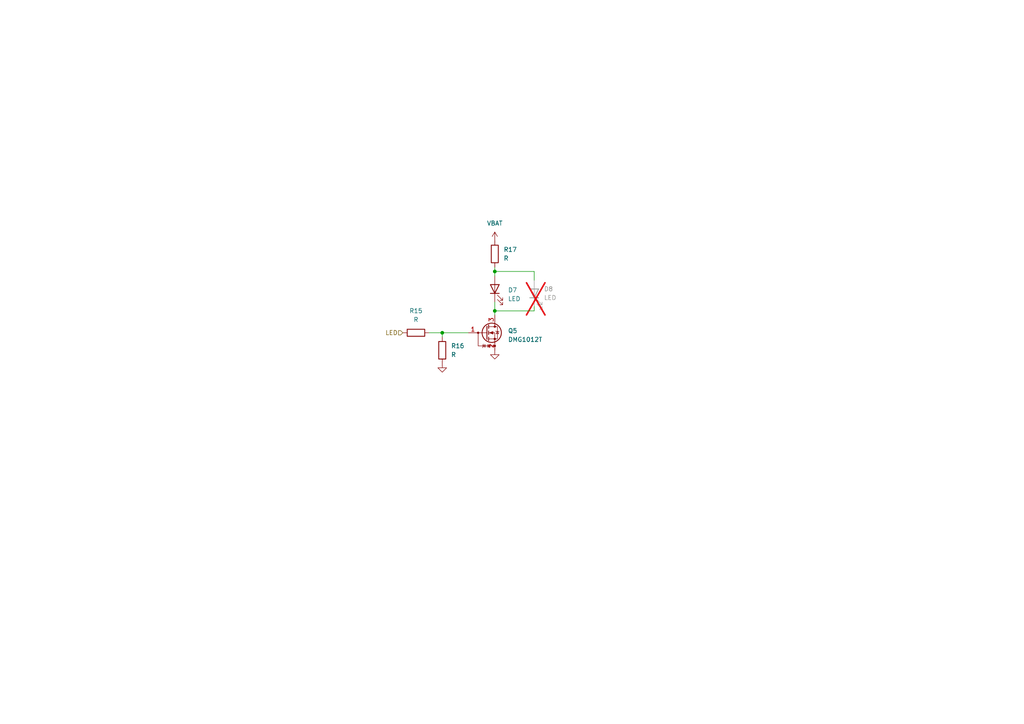
<source format=kicad_sch>
(kicad_sch (version 20231120) (generator "eeschema") (generator_version "8.0")
  (paper "A4")
  (title_block (title "LIN eval") (rev "v2"))
  (lib_symbols
    (symbol "Device:LED" (pin_numbers hide) (pin_names (offset 1.016) hide)
      (property "Reference" "D" (at 0 2.54 0))
      (property "Value" "LED" (at 0 -2.54 0))
      (symbol "LED_0_1"
        (polyline (pts (xy -1.27 -1.27) (xy -1.27 1.27)) (stroke (width 0.254)))
        (polyline (pts (xy -1.27 0) (xy 1.27 0)))
        (polyline (pts (xy 1.27 -1.27) (xy 1.27 1.27) (xy -1.27 0) (xy 1.27 -1.27)) (stroke (width 0.254)))
        (polyline (pts (xy -3.048 -0.762) (xy -4.572 -2.286) (xy -3.81 -2.286) (xy -4.572 -2.286) (xy -4.572 -1.524)))
        (polyline (pts (xy -1.778 -0.762) (xy -3.302 -2.286) (xy -2.54 -2.286) (xy -3.302 -2.286) (xy -3.302 -1.524)))
      )
      (symbol "LED_1_1"
        (pin passive line (at -3.81 0 0) (length 2.54) (name "K") (number "1"))
        (pin passive line (at 3.81 0 180) (length 2.54) (name "A") (number "2"))
      )
    )
    (symbol "Device:R" (pin_numbers hide) (pin_names (offset 0))
      (property "Reference" "R" (at 2.032 0 90))
      (property "Value" "R" (at 0 0 90))
      (symbol "R_0_1"
        (rectangle (start -1.016 -2.54) (end 1.016 2.54) (stroke (width 0.254)))
      )
      (symbol "R_1_1"
        (pin passive line (at 0 3.81 270) (length 1.27) (name "~") (number "1"))
        (pin passive line (at 0 -3.81 90) (length 1.27) (name "~") (number "2"))
      )
    )
    (symbol "Transistor_FET:DMG1012T" (pin_names (offset 0) hide)
      (property "Reference" "Q" (at 5.08 1.905 0))
      (property "Value" "DMG1012T" (at 5.08 0 0))
      (symbol "DMG1012T_0_1"
        (polyline (pts (xy 2.54 -3.81) (xy -2.286 -3.81) (xy -2.286 0)))
      )
      (symbol "DMG1012T_1_1"
        (circle (center -2.286 0) (radius 0.254) (fill (type outline)))
        (polyline (pts (xy 0.254 0) (xy -2.54 0)))
        (polyline (pts (xy 0.254 1.905) (xy 0.254 -1.905)) (stroke (width 0.254)))
        (polyline (pts (xy 0.762 -1.27) (xy 0.762 -2.286)) (stroke (width 0.254)))
        (polyline (pts (xy 0.762 0.508) (xy 0.762 -0.508)) (stroke (width 0.254)))
        (polyline (pts (xy 0.762 2.286) (xy 0.762 1.27)) (stroke (width 0.254)))
        (polyline (pts (xy 2.54 2.54) (xy 2.54 1.778)))
        (polyline (pts (xy 2.54 -2.54) (xy 2.54 0) (xy 0.762 0)))
        (polyline (pts (xy -1.016 -4.318) (xy -0.889 -4.191) (xy -0.889 -3.429) (xy -0.762 -3.302)))
        (polyline (pts (xy -0.889 -3.81) (xy -0.254 -4.191) (xy -0.254 -3.429) (xy -0.889 -3.81)))
        (polyline (pts (xy 0.762 -1.778) (xy 3.302 -1.778) (xy 3.302 1.778) (xy 0.762 1.778)))
        (polyline (pts (xy 1.016 0) (xy 2.032 0.381) (xy 2.032 -0.381) (xy 1.016 0)) (fill (type outline)))
        (polyline (pts (xy 1.143 -3.81) (xy 0.508 -3.429) (xy 0.508 -4.191) (xy 1.143 -3.81)))
        (polyline (pts (xy 1.27 -3.302) (xy 1.143 -3.429) (xy 1.143 -4.191) (xy 1.016 -4.318)))
        (polyline (pts (xy 2.794 0.508) (xy 2.921 0.381) (xy 3.683 0.381) (xy 3.81 0.254)))
        (polyline (pts (xy 3.302 0.381) (xy 2.921 -0.254) (xy 3.683 -0.254) (xy 3.302 0.381)))
        (circle (center 1.651 0) (radius 2.794) (stroke (width 0.254)))
        (circle (center 2.54 -3.81) (radius 0.254) (fill (type outline)))
        (circle (center 2.54 -1.778) (radius 0.254) (fill (type outline)))
        (circle (center 2.54 1.778) (radius 0.254) (fill (type outline)))
        (pin input line (at -5.08 0 0) (length 2.54) (name "G") (number "1"))
        (pin passive line (at 2.54 -5.08 90) (length 2.54) (name "S") (number "2"))
        (pin passive line (at 2.54 5.08 270) (length 2.54) (name "D") (number "3"))
      )
    )
    (symbol "power:+12V" (power) (pin_numbers hide) (pin_names (offset 0) hide)
      (property "Value" "+12V" (at 0 3.556 0))
      (symbol "+12V_0_1"
        (polyline (pts (xy -0.762 1.27) (xy 0 2.54)))
        (polyline (pts (xy 0 0) (xy 0 2.54)))
        (polyline (pts (xy 0 2.54) (xy 0.762 1.27)))
      )
      (symbol "+12V_1_1"
        (pin power_in line (at 0 0 90) (length 0) (name "~") (number "1"))
      )
    )
    (symbol "power:GND" (power) (pin_numbers hide) (pin_names (offset 0) hide)
      (property "Value" "GND" (at 0 -3.81 0))
      (symbol "GND_0_1"
        (polyline (pts (xy 0 0) (xy 0 -1.27) (xy 1.27 -1.27) (xy 0 -2.54) (xy -1.27 -1.27) (xy 0 -1.27)))
      )
      (symbol "GND_1_1"
        (pin power_in line (at 0 0 270) (length 0) (name "~") (number "1"))
      )
    )
  )
  (junction (at 128.27 96.52))
  (junction (at 143.51 78.74))
  (junction (at 143.51 90.17))
  (wire (pts (xy 154.94 88.9) (xy 154.94 90.17)))
  (wire (pts (xy 154.94 90.17) (xy 143.51 90.17)))
  (wire (pts (xy 143.51 87.63) (xy 143.51 90.17)))
  (wire (pts (xy 143.51 78.74) (xy 143.51 80.01)))
  (wire (pts (xy 143.51 90.17) (xy 143.51 91.44)))
  (wire (pts (xy 143.51 77.47) (xy 143.51 78.74)))
  (wire (pts (xy 124.46 96.52) (xy 128.27 96.52)))
  (wire (pts (xy 128.27 96.52) (xy 135.89 96.52)))
  (wire (pts (xy 154.94 81.28) (xy 154.94 78.74)))
  (wire (pts (xy 128.27 97.79) (xy 128.27 96.52)))
  (wire (pts (xy 154.94 78.74) (xy 143.51 78.74)))
  (hierarchical_label "LED" (shape input) (at 116.84 96.52 180))
  (symbol (lib_id "Device:LED") (at 143.51 83.82 90) (unit 1)
    (property "Reference" "D7" (at 147.32 84.1374 90) (effects (justify right)))
    (property "Value" "LED" (at 147.32 86.6774 90) (effects (justify right)))
    (property "Footprint" "LED_THT:LED_D5.0mm" (effects (hide yes)))
    (property "Description" "Light emitting diode" (effects (hide yes)))
    (instances (project "lights" (path "" (reference "D7") (unit 1)) (path "" (reference "D9") (unit 1)) (path "" (reference "D2") (unit 1)) (path "" (reference "D11") (unit 1))))
  )
  (symbol (lib_id "power:GND") (at 143.51 101.6 0) (mirror y) (unit 1)
    (property "Reference" "#PWR048" (effects (hide yes)))
    (property "Value" "GND" (effects (hide yes)))
    (property "Description" "Power symbol creates a global label with name \"GND\" , ground" (effects (hide yes)))
    (instances (project "lights" (path "" (reference "#PWR048") (unit 1)) (path "" (reference "#PWR051") (unit 1)) (path "" (reference "#PWR023") (unit 1)) (path "" (reference "#PWR054") (unit 1))))
  )
  (symbol (lib_id "Transistor_FET:DMG1012T") (at 140.97 96.52 0) (unit 1)
    (property "Reference" "Q5" (at 147.32 95.9484 0) (effects (justify left)))
    (property "Value" "DMG1012T" (at 147.32 98.4884 0) (effects (justify left)))
    (property "Footprint" "Package_TO_SOT_SMD:SOT-523" (effects (hide yes)))
    (property "Datasheet" "https://www.diodes.com/assets/Datasheets/ds31783.pdf" (effects (hide yes)))
    (property "Description" "20V Vds, 0.63 Id, N-Channel MOSFET with ESD protection, SOT-523" (effects (hide yes)))
    (instances (project "lights" (path "" (reference "Q5") (unit 1)) (path "" (reference "Q6") (unit 1)) (path "" (reference "Q1") (unit 1)) (path "" (reference "Q7") (unit 1))))
  )
  (symbol (lib_id "power:+12V") (at 143.51 69.85 0) (mirror y) (unit 1)
    (property "Reference" "#PWR047" (effects (hide yes)))
    (property "Value" "VBAT" (at 143.51 64.77 0))
    (property "Description" "Power symbol creates a global label with name \"+12V\"" (effects (hide yes)))
    (instances (project "lights" (path "" (reference "#PWR047") (unit 1)) (path "" (reference "#PWR050") (unit 1)) (path "" (reference "#PWR022") (unit 1)) (path "" (reference "#PWR053") (unit 1))))
  )
  (symbol (lib_id "Device:R") (at 120.65 96.52 90) (unit 1)
    (property "Reference" "R15" (at 120.65 90.17 90))
    (property "Value" "R" (at 120.65 92.71 90))
    (property "Footprint" "Resistor_SMD:R_0805_2012Metric_Pad1.20x1.40mm_HandSolder" (effects (hide yes)))
    (property "Description" "Resistor" (effects (hide yes)))
    (instances (project "lights" (path "" (reference "R15") (unit 1)) (path "" (reference "R18") (unit 1)) (path "" (reference "R3") (unit 1)) (path "" (reference "R21") (unit 1))))
  )
  (symbol (lib_id "Device:R") (at 128.27 101.6 0) (unit 1)
    (property "Reference" "R16" (at 130.81 100.3299 0) (effects (justify left)))
    (property "Value" "R" (at 130.81 102.8699 0) (effects (justify left)))
    (property "Footprint" "Resistor_SMD:R_0805_2012Metric_Pad1.20x1.40mm_HandSolder" (effects (hide yes)))
    (property "Description" "Resistor" (effects (hide yes)))
    (instances (project "lights" (path "" (reference "R16") (unit 1)) (path "" (reference "R19") (unit 1)) (path "" (reference "R4") (unit 1)) (path "" (reference "R22") (unit 1))))
  )
  (symbol (lib_id "Device:R") (at 143.51 73.66 0) (unit 1)
    (property "Reference" "R17" (at 146.05 72.3899 0) (effects (justify left)))
    (property "Value" "R" (at 146.05 74.9299 0) (effects (justify left)))
    (property "Footprint" "Resistor_SMD:R_0805_2012Metric_Pad1.20x1.40mm_HandSolder" (effects (hide yes)))
    (property "Description" "Resistor" (effects (hide yes)))
    (instances (project "lights" (path "" (reference "R17") (unit 1)) (path "" (reference "R20") (unit 1)) (path "" (reference "R8") (unit 1)) (path "" (reference "R23") (unit 1))))
  )
  (symbol (lib_id "Device:LED") (at 154.94 85.09 90) (unit 1) (dnp yes)
    (property "Reference" "D8" (at 157.734 83.82 90) (effects (justify right)))
    (property "Value" "LED" (at 157.734 86.36 90) (effects (justify right)))
    (property "Footprint" "LED_SMD:LED_0805_2012Metric_Pad1.15x1.40mm_HandSolder" (effects (hide yes)))
    (property "Description" "Light emitting diode" (effects (hide yes)))
    (instances (project "lights" (path "" (reference "D8") (unit 1)) (path "" (reference "D10") (unit 1)) (path "" (reference "D5") (unit 1)) (path "" (reference "D12") (unit 1))))
  )
  (symbol (lib_id "power:GND") (at 128.27 105.41 0) (mirror y) (unit 1)
    (property "Reference" "#PWR046" (effects (hide yes)))
    (property "Value" "GND" (effects (hide yes)))
    (property "Description" "Power symbol creates a global label with name \"GND\" , ground" (effects (hide yes)))
    (instances (project "lights" (path "" (reference "#PWR046") (unit 1)) (path "" (reference "#PWR049") (unit 1)) (path "" (reference "#PWR021") (unit 1)) (path "" (reference "#PWR052") (unit 1))))
  )
)
</source>
